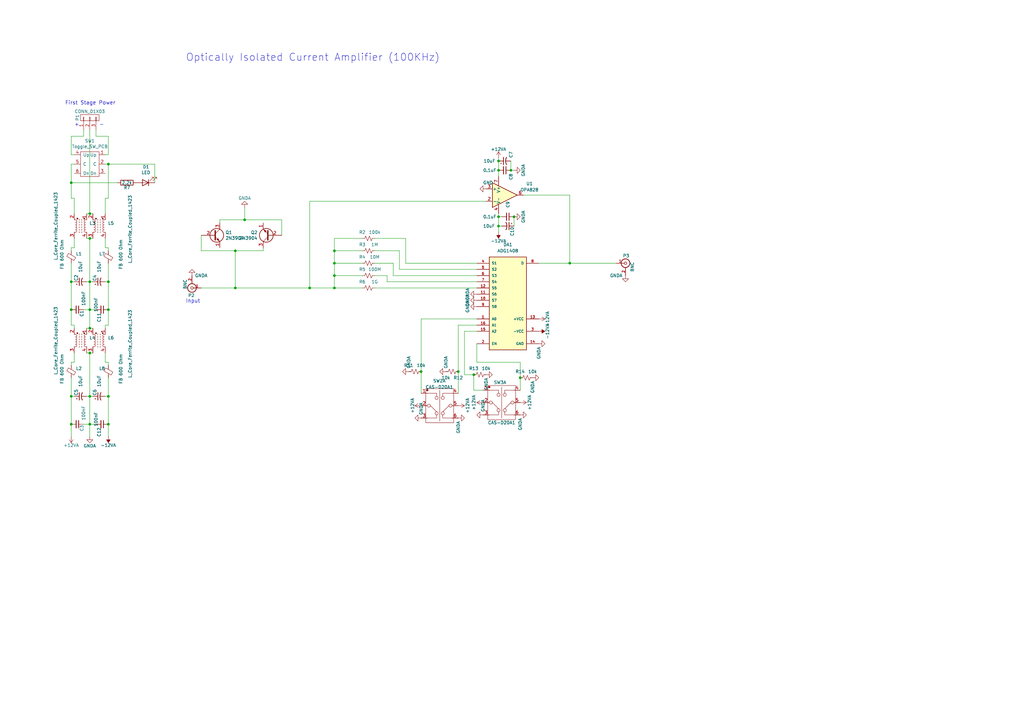
<source format=kicad_sch>
(kicad_sch (version 20211123) (generator eeschema)
  (paper "A3")
  (lib_symbols
    (symbol "ADG1408:ADG1408" (pin_names (offset 1.016))
      (property "Reference" "DA" (at -5.08 15.24 0))
      (property "Value" "ADG1408" (at -5.08 -25.4 0))
      (symbol "ADG1408_0_0"
        (rectangle (start -7.62 -22.86) (end 7.62 15.24) (stroke (width 0.254)) (fill (type background)))
        (pin bidirectional line (at -12.7 -10.16 0) (length 5.08) (name "A0") (number "1"))
        (pin bidirectional line (at -12.7 -2.54 0) (length 5.08) (name "S7") (number "10"))
        (pin bidirectional line (at -12.7 0 0) (length 5.08) (name "S6") (number "11"))
        (pin bidirectional line (at -12.7 2.54 0) (length 5.08) (name "S5") (number "12"))
        (pin bidirectional line (at 12.7 -10.16 180) (length 5.08) (name "+VCC") (number "13"))
        (pin bidirectional line (at 12.7 -20.32 180) (length 5.08) (name "GND") (number "14"))
        (pin bidirectional line (at -12.7 -15.24 0) (length 5.08) (name "A2") (number "15"))
        (pin bidirectional line (at -12.7 -12.7 0) (length 5.08) (name "A1") (number "16"))
        (pin bidirectional line (at -12.7 -20.32 0) (length 5.08) (name "EN") (number "2"))
        (pin bidirectional line (at 12.7 -15.24 180) (length 5.08) (name "-VCC") (number "3"))
        (pin bidirectional line (at -12.7 12.7 0) (length 5.08) (name "S1") (number "4"))
        (pin bidirectional line (at -12.7 10.16 0) (length 5.08) (name "S2") (number "5"))
        (pin bidirectional line (at -12.7 7.62 0) (length 5.08) (name "S3") (number "6"))
        (pin bidirectional line (at -12.7 5.08 0) (length 5.08) (name "S4") (number "7"))
        (pin bidirectional line (at 12.7 12.7 180) (length 5.08) (name "D") (number "8"))
        (pin bidirectional line (at -12.7 -5.08 0) (length 5.08) (name "S8") (number "9"))
      )
    )
    (symbol "Amplifier_Operational:OP179GS" (pin_names (offset 0.127))
      (property "Reference" "U" (at 0 6.35 0))
      (property "Value" "OP179GS" (at 0 3.81 0))
      (symbol "OP179GS_0_1"
        (polyline (pts (xy -5.08 5.08) (xy 5.08 0) (xy -5.08 -5.08) (xy -5.08 5.08)) (stroke (width 0.254)) (fill (type background)))
      )
      (symbol "OP179GS_1_1"
        (pin no_connect line (at -5.08 -2.54 90) (length 2.54) hide (name "NC") (number "1"))
        (pin input line (at -7.62 -2.54 0) (length 2.54) (name "-") (number "2"))
        (pin input line (at -7.62 2.54 0) (length 2.54) (name "+") (number "3"))
        (pin power_in line (at -2.54 -7.62 90) (length 3.81) (name "V-") (number "4"))
        (pin no_connect line (at -2.54 -2.54 90) (length 2.54) hide (name "NC") (number "5"))
        (pin output line (at 7.62 0 180) (length 2.54) (name "~") (number "6"))
        (pin power_in line (at -2.54 7.62 270) (length 3.81) (name "V+") (number "7"))
        (pin no_connect line (at 0 -2.54 90) (length 2.54) hide (name "NC") (number "8"))
      )
    )
    (symbol "CAS-D20A1:CAS-D20A1" (pin_names (offset 0) hide)
      (property "Reference" "SW?" (at 0.762 9.652 0))
      (property "Value" "CAS-D20A1" (at 0.254 -8.636 0))
      (symbol "CAS-D20A1_0_1"
        (circle (center -5.08 6.35) (radius 0.3592) (fill (type outline)))
        (circle (center -4.445 0) (radius 0.635))
        (circle (center -1.27 -3.175) (radius 0.635))
        (circle (center -1.27 3.175) (radius 0.635))
        (polyline (pts (xy -3.81 0) (xy -1.27 -2.54)))
        (polyline (pts (xy 0 6.35) (xy 0 -6.35)))
        (polyline (pts (xy 3.81 0) (xy 1.27 -2.54)))
        (polyline (pts (xy -1.27 -3.81) (xy -1.27 -5.08) (xy -5.08 -5.08)))
        (polyline (pts (xy -1.27 3.81) (xy -1.27 5.08) (xy -5.08 5.08)))
        (polyline (pts (xy 1.27 -3.81) (xy 1.27 -5.08) (xy 5.08 -5.08)))
        (polyline (pts (xy 1.27 3.81) (xy 1.27 5.08) (xy 5.08 5.08)))
        (circle (center 1.27 -3.175) (radius 0.635))
        (circle (center 1.27 3.175) (radius 0.635))
        (circle (center 4.445 0) (radius 0.635))
        (rectangle (start 5.715 6.985) (end -5.715 -6.985))
      )
      (symbol "CAS-D20A1_1_1"
        (pin output line (at -7.62 5.08 0) (length 2.54) (name "OUT") (number "1"))
        (pin input line (at -7.62 0 0) (length 2.54) (name "IN1") (number "2"))
        (pin output line (at -7.62 -5.08 0) (length 2.54) (name "GND") (number "3"))
        (pin output line (at 7.62 5.08 180) (length 2.54) (name "OUT") (number "4"))
        (pin input line (at 7.62 0 180) (length 2.54) (name "IN2") (number "5"))
        (pin output line (at 7.62 -5.08 180) (length 2.54) (name "GND") (number "6"))
      )
      (symbol "CAS-D20A1_2_1"
        (pin input line (at 0 7.62 270) (length 2.54) (name "IN2") (number "-UB"))
        (pin passive line (at 5.08 2.54 180) (length 2.54) (name "A") (number "4"))
        (pin passive line (at -5.08 0 0) (length 2.54) (name "B") (number "5"))
        (pin passive line (at 5.08 -2.54 180) (length 2.54) (name "C") (number "6"))
        (pin output line (at 5.08 7.62 270) (length 2.54) (name "GND") (number "6-UB"))
        (pin output line (at -5.08 7.62 270) (length 2.54) (name "OUT") (number "GND-UB"))
      )
    )
    (symbol "Device:C_Small" (pin_numbers hide) (pin_names (offset 0.254) hide)
      (property "Reference" "C" (at 0.254 1.778 0))
      (property "Value" "C_Small" (at 0.254 -2.032 0))
      (symbol "C_Small_0_1"
        (polyline (pts (xy -1.524 -0.508) (xy 1.524 -0.508)) (stroke (width 0.3302)))
        (polyline (pts (xy -1.524 0.508) (xy 1.524 0.508)) (stroke (width 0.3048)))
      )
      (symbol "C_Small_1_1"
        (pin passive line (at 0 2.54 270) (length 2.032) (name "~") (number "1"))
        (pin passive line (at 0 -2.54 90) (length 2.032) (name "~") (number "2"))
      )
    )
    (symbol "Device:LED" (pin_numbers hide) (pin_names (offset 1.016) hide)
      (property "Reference" "D" (at 0 2.54 0))
      (property "Value" "LED" (at 0 -2.54 0))
      (symbol "LED_0_1"
        (polyline (pts (xy -1.27 -1.27) (xy -1.27 1.27)) (stroke (width 0.254)))
        (polyline (pts (xy -1.27 0) (xy 1.27 0)))
        (polyline (pts (xy 1.27 -1.27) (xy 1.27 1.27) (xy -1.27 0) (xy 1.27 -1.27)) (stroke (width 0.254)))
        (polyline (pts (xy -3.048 -0.762) (xy -4.572 -2.286) (xy -3.81 -2.286) (xy -4.572 -2.286) (xy -4.572 -1.524)))
        (polyline (pts (xy -1.778 -0.762) (xy -3.302 -2.286) (xy -2.54 -2.286) (xy -3.302 -2.286) (xy -3.302 -1.524)))
      )
      (symbol "LED_1_1"
        (pin passive line (at -3.81 0 0) (length 2.54) (name "K") (number "1"))
        (pin passive line (at 3.81 0 180) (length 2.54) (name "A") (number "2"))
      )
    )
    (symbol "Device:R" (pin_numbers hide) (pin_names (offset 0))
      (property "Reference" "R" (at 2.032 0 90))
      (property "Value" "R" (at 0 0 90))
      (symbol "R_0_1"
        (rectangle (start -1.016 -2.54) (end 1.016 2.54) (stroke (width 0.254)))
      )
      (symbol "R_1_1"
        (pin passive line (at 0 3.81 270) (length 1.27) (name "~") (number "1"))
        (pin passive line (at 0 -3.81 90) (length 1.27) (name "~") (number "2"))
      )
    )
    (symbol "Device:R_Small_US" (pin_numbers hide) (pin_names (offset 0.254) hide)
      (property "Reference" "R" (at 0.762 0.508 0))
      (property "Value" "R_Small_US" (at 0.762 -1.016 0))
      (symbol "R_Small_US_1_1"
        (polyline (pts (xy 0 0) (xy 1.016 -0.381) (xy 0 -0.762) (xy -1.016 -1.143) (xy 0 -1.524)))
        (polyline (pts (xy 0 1.524) (xy 1.016 1.143) (xy 0 0.762) (xy -1.016 0.381) (xy 0 0)))
        (pin passive line (at 0 2.54 270) (length 1.016) (name "~") (number "1"))
        (pin passive line (at 0 -2.54 90) (length 1.016) (name "~") (number "2"))
      )
    )
    (symbol "New_TIA-rescue:BNC" (pin_names (offset 1.016) hide)
      (property "Reference" "P" (at 0.254 3.048 0))
      (property "Value" "BNC" (at 2.794 -1.524 90))
      (symbol "BNC_0_1"
        (circle (center 0 0) (radius 0.508) (stroke (width 0.2032)))
        (circle (center 0 0) (radius 1.778) (stroke (width 0.3048)))
      )
      (symbol "BNC_1_1"
        (pin passive line (at -3.81 0 0) (length 3.302) (name "In") (number "1"))
        (pin passive line (at 0 -5.08 90) (length 3.302) (name "Ext") (number "2"))
      )
    )
    (symbol "New_TIA-rescue:CONN_01X03" (pin_names (offset 1.016) hide)
      (property "Reference" "P" (at 0 5.08 0))
      (property "Value" "CONN_01X03" (at 2.54 0 90))
      (symbol "CONN_01X03_0_1"
        (rectangle (start -1.27 -2.413) (end 0.254 -2.667))
        (rectangle (start -1.27 0.127) (end 0.254 -0.127))
        (rectangle (start -1.27 2.667) (end 0.254 2.413))
        (rectangle (start -1.27 3.81) (end 1.27 -3.81))
      )
      (symbol "CONN_01X03_1_1"
        (pin passive line (at -5.08 2.54 0) (length 3.81) (name "P1") (number "1"))
        (pin passive line (at -5.08 0 0) (length 3.81) (name "P2") (number "2"))
        (pin passive line (at -5.08 -2.54 0) (length 3.81) (name "P3") (number "3"))
      )
    )
    (symbol "New_TIA-rescue:CP1_Small-Device" (pin_numbers hide) (pin_names (offset 0.254) hide)
      (property "Reference" "C" (at 0.254 1.778 0))
      (property "Value" "CP1_Small-Device" (at 0.254 -2.032 0))
      (symbol "CP1_Small-Device_0_1"
        (polyline (pts (xy -1.524 0.508) (xy 1.524 0.508)) (stroke (width 0.3048)))
        (polyline (pts (xy -1.27 1.524) (xy -0.762 1.524)))
        (polyline (pts (xy -1.016 1.27) (xy -1.016 1.778)))
        (arc (start 1.524 -0.762) (mid 0 -0.3734) (end -1.524 -0.762) (stroke (width 0.3048)))
      )
      (symbol "CP1_Small-Device_1_1"
        (pin passive line (at 0 2.54 270) (length 2.032) (name "~") (number "1"))
        (pin passive line (at 0 -2.54 90) (length 2.032) (name "~") (number "2"))
      )
    )
    (symbol "New_TIA-rescue:Ferrite_Bead_Small-Device" (pin_numbers hide) (pin_names (offset 0))
      (property "Reference" "FB" (at 1.905 1.27 0))
      (property "Value" "Ferrite_Bead_Small-Device" (at 1.905 -1.27 0))
      (symbol "Ferrite_Bead_Small-Device_0_1"
        (polyline (pts (xy 0 -1.27) (xy 0 -0.7874)))
        (polyline (pts (xy 0 0.889) (xy 0 1.2954)))
        (polyline (pts (xy -1.8288 0.2794) (xy -1.1176 1.4986) (xy 1.8288 -0.2032) (xy 1.1176 -1.4224) (xy -1.8288 0.2794)))
      )
      (symbol "Ferrite_Bead_Small-Device_1_1"
        (pin passive line (at 0 2.54 270) (length 1.27) (name "~") (number "1"))
        (pin passive line (at 0 -2.54 90) (length 1.27) (name "~") (number "2"))
      )
    )
    (symbol "New_TIA-rescue:L_Core_Ferrite_Coupled_1423-Device" (pin_names (offset 0.254) hide)
      (property "Reference" "L" (at 0 4.445 0))
      (property "Value" "L_Core_Ferrite_Coupled_1423-Device" (at 0 -4.445 0))
      (symbol "L_Core_Ferrite_Coupled_1423-Device_0_1"
        (circle (center -3.048 -1.27) (radius 0.254) (fill (type outline)))
        (circle (center -3.048 1.524) (radius 0.254) (fill (type outline)))
        (arc (start -2.54 2.032) (mid -2.032 1.524) (end -1.524 2.032))
        (arc (start -1.524 -2.032) (mid -2.032 -1.524) (end -2.54 -2.032))
        (arc (start -1.524 2.032) (mid -1.016 1.524) (end -0.508 2.032))
        (arc (start -0.508 -2.032) (mid -1.016 -1.524) (end -1.524 -2.032))
        (arc (start -0.508 2.032) (mid 0 1.524) (end 0.508 2.032))
        (polyline (pts (xy -2.794 -0.508) (xy -2.286 -0.508)))
        (polyline (pts (xy -2.794 0.508) (xy -2.286 0.508)))
        (polyline (pts (xy -2.54 -2.032) (xy -2.54 -2.54)))
        (polyline (pts (xy -2.54 2.032) (xy -2.54 2.54)))
        (polyline (pts (xy -1.778 -0.508) (xy -1.27 -0.508)))
        (polyline (pts (xy -1.778 0.508) (xy -1.27 0.508)))
        (polyline (pts (xy -0.762 -0.508) (xy -0.254 -0.508)))
        (polyline (pts (xy -0.762 0.508) (xy -0.254 0.508)))
        (polyline (pts (xy 0.254 -0.508) (xy 0.762 -0.508)))
        (polyline (pts (xy 0.254 0.508) (xy 0.762 0.508)))
        (polyline (pts (xy 1.27 -0.508) (xy 1.778 -0.508)))
        (polyline (pts (xy 1.27 0.508) (xy 1.778 0.508)))
        (polyline (pts (xy 2.286 -0.508) (xy 2.794 -0.508)))
        (polyline (pts (xy 2.286 0.508) (xy 2.794 0.508)))
        (polyline (pts (xy 2.54 -2.032) (xy 2.54 -2.54)))
        (polyline (pts (xy 2.54 2.54) (xy 2.54 2.032)))
        (arc (start 0.508 -2.032) (mid 0 -1.524) (end -0.508 -2.032))
        (arc (start 0.508 2.032) (mid 1.016 1.524) (end 1.524 2.032))
        (arc (start 1.524 -2.032) (mid 1.016 -1.524) (end 0.508 -2.032))
        (arc (start 1.524 2.032) (mid 2.032 1.524) (end 2.54 2.032))
        (arc (start 2.54 -2.032) (mid 2.032 -1.524) (end 1.524 -2.032))
      )
      (symbol "L_Core_Ferrite_Coupled_1423-Device_1_1"
        (pin passive line (at -5.08 2.54 0) (length 2.54) (name "1") (number "1"))
        (pin passive line (at -5.08 -2.54 0) (length 2.54) (name "2") (number "2"))
        (pin passive line (at 5.08 -2.54 180) (length 2.54) (name "3") (number "3"))
        (pin passive line (at 5.08 2.54 180) (length 2.54) (name "4") (number "4"))
      )
    )
    (symbol "New_TIA-rescue:Toggle_SW_PCB-YC_2021_Lib_V1" (pin_names (offset 1.016))
      (property "Reference" "SW" (at 0 -7.62 0))
      (property "Value" "Toggle_SW_PCB-YC_2021_Lib_V1" (at 0 6.35 0))
      (symbol "Toggle_SW_PCB-YC_2021_Lib_V1_0_1"
        (rectangle (start -3.81 3.81) (end 3.81 -6.35))
      )
      (symbol "Toggle_SW_PCB-YC_2021_Lib_V1_1_1"
        (pin input line (at 6.35 2.54 180) (length 2.54) (name "Up") (number "1"))
        (pin input line (at 6.35 -1.27 180) (length 2.54) (name "C") (number "2"))
        (pin input line (at 6.35 -5.08 180) (length 2.54) (name "Dn") (number "3"))
        (pin input line (at -6.35 2.54 0) (length 2.54) (name "Up") (number "4"))
        (pin input line (at -6.35 -1.27 0) (length 2.54) (name "C") (number "5"))
        (pin input line (at -6.35 -5.08 0) (length 2.54) (name "Dn") (number "6"))
      )
    )
    (symbol "Transistor_BJT:2N3904" (pin_names (offset 0) hide)
      (property "Reference" "Q" (at 5.08 1.905 0))
      (property "Value" "2N3904" (at 5.08 0 0))
      (symbol "2N3904_0_1"
        (polyline (pts (xy 0.635 0.635) (xy 2.54 2.54)))
        (polyline (pts (xy 0.635 -0.635) (xy 2.54 -2.54) (xy 2.54 -2.54)))
        (polyline (pts (xy 0.635 1.905) (xy 0.635 -1.905) (xy 0.635 -1.905)) (stroke (width 0.508)))
        (polyline (pts (xy 1.27 -1.778) (xy 1.778 -1.27) (xy 2.286 -2.286) (xy 1.27 -1.778) (xy 1.27 -1.778)) (fill (type outline)))
        (circle (center 1.27 0) (radius 2.8194) (stroke (width 0.254)))
      )
      (symbol "2N3904_1_1"
        (pin passive line (at 2.54 -5.08 90) (length 2.54) (name "E") (number "1"))
        (pin passive line (at -5.08 0 0) (length 5.715) (name "B") (number "2"))
        (pin passive line (at 2.54 5.08 270) (length 2.54) (name "C") (number "3"))
      )
    )
    (symbol "power:+12VA" (power) (pin_names (offset 0))
      (property "Value" "+12VA" (at 0 3.556 0))
      (symbol "+12VA_0_1"
        (polyline (pts (xy -0.762 1.27) (xy 0 2.54)))
        (polyline (pts (xy 0 0) (xy 0 2.54)))
        (polyline (pts (xy 0 2.54) (xy 0.762 1.27)))
      )
      (symbol "+12VA_1_1"
        (pin power_in line (at 0 0 90) (length 0) hide (name "+12VA") (number "1"))
      )
    )
    (symbol "power:-12VA" (power) (pin_names (offset 0))
      (property "Value" "-12VA" (at 0 3.556 0))
      (symbol "-12VA_0_0"
        (pin power_in line (at 0 0 90) (length 0) hide (name "-12VA") (number "1"))
      )
      (symbol "-12VA_0_1"
        (polyline (pts (xy 0 0) (xy 0 1.27) (xy 0.762 1.27) (xy 0 2.54) (xy -0.762 1.27) (xy 0 1.27)) (fill (type outline)))
      )
    )
    (symbol "power:GND" (power) (pin_names (offset 0))
      (property "Value" "GND" (at 0 -3.81 0))
      (symbol "GND_0_1"
        (polyline (pts (xy 0 0) (xy 0 -1.27) (xy 1.27 -1.27) (xy 0 -2.54) (xy -1.27 -1.27) (xy 0 -1.27)))
      )
      (symbol "GND_1_1"
        (pin power_in line (at 0 0 270) (length 0) hide (name "GND") (number "1"))
      )
    )
    (symbol "power:GNDA" (power) (pin_names (offset 0))
      (property "Value" "GNDA" (at 0 -3.81 0))
      (symbol "GNDA_0_1"
        (polyline (pts (xy 0 0) (xy 0 -1.27) (xy 1.27 -1.27) (xy 0 -2.54) (xy -1.27 -1.27) (xy 0 -1.27)))
      )
      (symbol "GNDA_1_1"
        (pin power_in line (at 0 0 270) (length 0) hide (name "GNDA") (number "1"))
      )
    )
  )
  (junction (at 29.21 162.56))
  (junction (at 36.83 115.57))
  (junction (at 172.72 152.4))
  (junction (at 137.16 113.03))
  (junction (at 213.36 154.94))
  (junction (at 209.55 69.85))
  (junction (at 36.83 87.63))
  (junction (at 100.33 90.17))
  (junction (at 137.16 107.95))
  (junction (at 187.96 152.4))
  (junction (at 204.47 69.85))
  (junction (at 36.83 162.56))
  (junction (at 204.47 88.9))
  (junction (at 29.21 115.57))
  (junction (at 36.83 97.79))
  (junction (at 210.82 88.9))
  (junction (at 44.45 67.31))
  (junction (at 194.31 153.67))
  (junction (at 36.83 134.62))
  (junction (at 96.52 102.87))
  (junction (at 44.45 115.57))
  (junction (at 36.83 144.78))
  (junction (at 204.47 66.04))
  (junction (at 29.21 74.93))
  (junction (at 96.52 118.11))
  (junction (at 204.47 92.71))
  (junction (at 44.45 127))
  (junction (at 36.83 173.99))
  (junction (at 137.16 102.87))
  (junction (at 44.45 162.56))
  (junction (at 36.83 127))
  (junction (at 29.21 173.99))
  (junction (at 233.68 107.95))
  (junction (at 44.45 173.99))
  (junction (at 137.16 118.11))
  (junction (at 127 118.11))
  (junction (at 29.21 127))
  (wire (pts (xy 36.83 127) (xy 36.83 134.62)))
  (wire (pts (xy 48.26 74.93) (xy 29.21 74.93)))
  (wire (pts (xy 35.56 87.63) (xy 36.83 87.63)))
  (wire (pts (xy 34.29 173.99) (xy 36.83 173.99)))
  (wire (pts (xy 29.21 154.94) (xy 29.21 162.56)))
  (wire (pts (xy 29.21 133.35) (xy 30.48 133.35)))
  (wire (pts (xy 36.83 97.79) (xy 38.1 97.79)))
  (wire (pts (xy 96.52 118.11) (xy 127 118.11)))
  (wire (pts (xy 127 82.55) (xy 127 118.11)))
  (wire (pts (xy 34.29 55.88) (xy 29.21 55.88)))
  (wire (pts (xy 137.16 97.79) (xy 137.16 102.87)))
  (wire (pts (xy 30.48 81.28) (xy 30.48 87.63)))
  (wire (pts (xy 195.58 140.97) (xy 195.58 148.59)))
  (wire (pts (xy 30.48 148.59) (xy 29.21 148.59)))
  (wire (pts (xy 210.82 92.71) (xy 210.82 88.9)))
  (wire (pts (xy 209.55 69.85) (xy 210.82 69.85)))
  (wire (pts (xy 36.83 144.78) (xy 38.1 144.78)))
  (wire (pts (xy 29.21 55.88) (xy 29.21 63.5)))
  (wire (pts (xy 36.83 173.99) (xy 36.83 179.07)))
  (wire (pts (xy 172.72 152.4) (xy 172.72 130.81)))
  (wire (pts (xy 29.21 162.56) (xy 29.21 173.99)))
  (wire (pts (xy 161.29 113.03) (xy 195.58 113.03)))
  (wire (pts (xy 204.47 88.9) (xy 204.47 92.71)))
  (wire (pts (xy 43.18 97.79) (xy 43.18 101.6)))
  (wire (pts (xy 158.75 115.57) (xy 195.58 115.57)))
  (wire (pts (xy 153.67 113.03) (xy 158.75 113.03)))
  (wire (pts (xy 204.47 66.04) (xy 204.47 69.85)))
  (wire (pts (xy 30.48 144.78) (xy 30.48 148.59)))
  (wire (pts (xy 44.45 127) (xy 44.45 133.35)))
  (wire (pts (xy 137.16 102.87) (xy 148.59 102.87)))
  (wire (pts (xy 30.48 97.79) (xy 30.48 101.6)))
  (wire (pts (xy 39.37 55.88) (xy 44.45 55.88)))
  (wire (pts (xy 30.48 133.35) (xy 30.48 134.62)))
  (wire (pts (xy 44.45 63.5) (xy 43.18 63.5)))
  (wire (pts (xy 29.21 107.95) (xy 29.21 115.57)))
  (wire (pts (xy 44.45 133.35) (xy 43.18 133.35)))
  (wire (pts (xy 44.45 148.59) (xy 44.45 149.86)))
  (wire (pts (xy 43.18 144.78) (xy 43.18 148.59)))
  (wire (pts (xy 35.56 162.56) (xy 36.83 162.56)))
  (wire (pts (xy 204.47 87.63) (xy 204.47 88.9)))
  (wire (pts (xy 190.5 135.89) (xy 195.58 135.89)))
  (wire (pts (xy 34.29 127) (xy 36.83 127)))
  (wire (pts (xy 44.45 67.31) (xy 44.45 81.28)))
  (wire (pts (xy 100.33 90.17) (xy 115.57 90.17)))
  (wire (pts (xy 100.33 85.09) (xy 100.33 90.17)))
  (wire (pts (xy 43.18 148.59) (xy 44.45 148.59)))
  (wire (pts (xy 44.45 154.94) (xy 44.45 162.56)))
  (wire (pts (xy 213.36 154.94) (xy 213.36 148.59)))
  (wire (pts (xy 137.16 102.87) (xy 137.16 107.95)))
  (wire (pts (xy 36.83 173.99) (xy 39.37 173.99)))
  (wire (pts (xy 166.37 97.79) (xy 166.37 107.95)))
  (wire (pts (xy 233.68 107.95) (xy 252.73 107.95)))
  (wire (pts (xy 187.96 133.35) (xy 195.58 133.35)))
  (wire (pts (xy 204.47 88.9) (xy 205.74 88.9)))
  (wire (pts (xy 187.96 133.35) (xy 187.96 152.4)))
  (wire (pts (xy 153.67 102.87) (xy 163.83 102.87)))
  (wire (pts (xy 82.55 96.52) (xy 82.55 102.87)))
  (wire (pts (xy 198.12 160.02) (xy 194.31 160.02)))
  (wire (pts (xy 204.47 69.85) (xy 204.47 72.39)))
  (wire (pts (xy 39.37 53.34) (xy 39.37 55.88)))
  (wire (pts (xy 30.48 162.56) (xy 29.21 162.56)))
  (wire (pts (xy 36.83 97.79) (xy 36.83 115.57)))
  (wire (pts (xy 43.18 101.6) (xy 44.45 101.6)))
  (wire (pts (xy 29.21 173.99) (xy 29.21 179.07)))
  (wire (pts (xy 44.45 67.31) (xy 63.5 67.31)))
  (wire (pts (xy 36.83 53.34) (xy 36.83 87.63)))
  (wire (pts (xy 96.52 102.87) (xy 96.52 118.11)))
  (wire (pts (xy 29.21 148.59) (xy 29.21 149.86)))
  (wire (pts (xy 34.29 55.88) (xy 34.29 53.34)))
  (wire (pts (xy 43.18 133.35) (xy 43.18 134.62)))
  (wire (pts (xy 127 82.55) (xy 199.39 82.55)))
  (wire (pts (xy 137.16 113.03) (xy 137.16 118.11)))
  (wire (pts (xy 29.21 67.31) (xy 29.21 74.93)))
  (wire (pts (xy 29.21 101.6) (xy 29.21 102.87)))
  (wire (pts (xy 148.59 97.79) (xy 137.16 97.79)))
  (wire (pts (xy 161.29 107.95) (xy 161.29 113.03)))
  (wire (pts (xy 29.21 115.57) (xy 29.21 127)))
  (wire (pts (xy 43.18 87.63) (xy 43.18 81.28)))
  (wire (pts (xy 35.56 97.79) (xy 36.83 97.79)))
  (wire (pts (xy 36.83 162.56) (xy 36.83 173.99)))
  (wire (pts (xy 43.18 162.56) (xy 44.45 162.56)))
  (wire (pts (xy 166.37 107.95) (xy 195.58 107.95)))
  (wire (pts (xy 153.67 97.79) (xy 166.37 97.79)))
  (wire (pts (xy 158.75 113.03) (xy 158.75 115.57)))
  (wire (pts (xy 172.72 161.29) (xy 172.72 152.4)))
  (wire (pts (xy 153.67 107.95) (xy 161.29 107.95)))
  (wire (pts (xy 213.36 160.02) (xy 213.36 154.94)))
  (wire (pts (xy 44.45 107.95) (xy 44.45 115.57)))
  (wire (pts (xy 172.72 130.81) (xy 195.58 130.81)))
  (wire (pts (xy 213.36 148.59) (xy 195.58 148.59)))
  (wire (pts (xy 214.63 80.01) (xy 233.68 80.01)))
  (wire (pts (xy 36.83 144.78) (xy 36.83 162.56)))
  (wire (pts (xy 36.83 87.63) (xy 38.1 87.63)))
  (wire (pts (xy 204.47 64.77) (xy 204.47 66.04)))
  (wire (pts (xy 137.16 107.95) (xy 137.16 113.03)))
  (wire (pts (xy 187.96 152.4) (xy 187.96 161.29)))
  (wire (pts (xy 82.55 102.87) (xy 96.52 102.87)))
  (wire (pts (xy 44.45 101.6) (xy 44.45 102.87)))
  (wire (pts (xy 30.48 81.28) (xy 29.21 81.28)))
  (wire (pts (xy 30.48 115.57) (xy 29.21 115.57)))
  (wire (pts (xy 29.21 127) (xy 29.21 133.35)))
  (wire (pts (xy 35.56 144.78) (xy 36.83 144.78)))
  (wire (pts (xy 36.83 115.57) (xy 36.83 127)))
  (wire (pts (xy 36.83 127) (xy 39.37 127)))
  (wire (pts (xy 29.21 63.5) (xy 30.48 63.5)))
  (wire (pts (xy 35.56 134.62) (xy 36.83 134.62)))
  (wire (pts (xy 204.47 92.71) (xy 205.74 92.71)))
  (wire (pts (xy 127 118.11) (xy 137.16 118.11)))
  (wire (pts (xy 163.83 110.49) (xy 195.58 110.49)))
  (wire (pts (xy 63.5 67.31) (xy 63.5 74.93)))
  (wire (pts (xy 107.95 101.6) (xy 107.95 102.87)))
  (wire (pts (xy 30.48 67.31) (xy 29.21 67.31)))
  (wire (pts (xy 137.16 118.11) (xy 148.59 118.11)))
  (wire (pts (xy 137.16 113.03) (xy 148.59 113.03)))
  (wire (pts (xy 29.21 74.93) (xy 29.21 81.28)))
  (wire (pts (xy 82.55 118.11) (xy 96.52 118.11)))
  (wire (pts (xy 36.83 134.62) (xy 38.1 134.62)))
  (wire (pts (xy 43.18 115.57) (xy 44.45 115.57)))
  (wire (pts (xy 233.68 80.01) (xy 233.68 107.95)))
  (wire (pts (xy 194.31 160.02) (xy 194.31 153.67)))
  (wire (pts (xy 115.57 90.17) (xy 115.57 96.52)))
  (wire (pts (xy 44.45 55.88) (xy 44.45 63.5)))
  (wire (pts (xy 44.45 162.56) (xy 44.45 173.99)))
  (wire (pts (xy 209.55 66.04) (xy 209.55 69.85)))
  (wire (pts (xy 90.17 90.17) (xy 100.33 90.17)))
  (wire (pts (xy 153.67 118.11) (xy 195.58 118.11)))
  (wire (pts (xy 190.5 153.67) (xy 190.5 135.89)))
  (wire (pts (xy 194.31 153.67) (xy 190.5 153.67)))
  (wire (pts (xy 233.68 107.95) (xy 220.98 107.95)))
  (wire (pts (xy 43.18 67.31) (xy 44.45 67.31)))
  (wire (pts (xy 204.47 92.71) (xy 204.47 95.25)))
  (wire (pts (xy 36.83 162.56) (xy 38.1 162.56)))
  (wire (pts (xy 137.16 107.95) (xy 148.59 107.95)))
  (wire (pts (xy 43.18 81.28) (xy 44.45 81.28)))
  (wire (pts (xy 96.52 102.87) (xy 107.95 102.87)))
  (wire (pts (xy 44.45 173.99) (xy 44.45 179.07)))
  (wire (pts (xy 36.83 115.57) (xy 38.1 115.57)))
  (wire (pts (xy 35.56 115.57) (xy 36.83 115.57)))
  (wire (pts (xy 163.83 102.87) (xy 163.83 110.49)))
  (wire (pts (xy 90.17 91.44) (xy 90.17 90.17)))
  (wire (pts (xy 30.48 101.6) (xy 29.21 101.6)))
  (wire (pts (xy 44.45 115.57) (xy 44.45 127)))
  (text "First Stage Power" (at 26.67 43.18 0) (effects (font (size 1.524 1.524)) (justify left bottom)))
  (text "+" (at 30.48 52.07 0) (effects (font (size 1.524 1.524)) (justify left bottom)))
  (text "Optically Isolated Current Amplifier (100KHz)" (at 76.2 25.4 0) (effects (font (size 2.9972 2.9972)) (justify left bottom)))
  (text "Input" (at 76.2 124.46 0) (effects (font (size 1.524 1.524)) (justify left bottom)))
  (text "-" (at 40.64 52.07 0) (effects (font (size 1.524 1.524)) (justify left bottom)))
  (symbol (lib_id "New_TIA-rescue:CONN_01X03") (at 36.83 48.26 90) (unit 1)
    (property "Reference" "P1" (at 31.75 48.26 0))
    (property "Value" "CONN_01X03" (at 36.83 45.72 90))
    (property "Footprint" "Connector_PinHeader_2.54mm:PinHeader_1x03_P2.54mm_Vertical" (effects hide))
  )
  (symbol (lib_id "New_TIA-rescue:CP1_Small-Device") (at 33.02 115.57 90) (unit 1)
    (property "Reference" "C2" (at 31.242 115.316 0) (effects (justify left)))
    (property "Value" "10uF" (at 33.02 111.76 0) (effects (justify left)))
    (property "Footprint" "YC_FootPrint_2021_v1:C_1210_POL_Mine" (effects hide))
  )
  (symbol (lib_id "New_TIA-rescue:CP1_Small-Device") (at 40.64 115.57 90) (unit 1)
    (property "Reference" "C4" (at 38.862 115.316 0) (effects (justify left)))
    (property "Value" "10uF" (at 40.64 111.76 0) (effects (justify left)))
    (property "Footprint" "YC_FootPrint_2021_v1:C_1210_POL_Mine" (effects hide))
  )
  (symbol (lib_id "New_TIA-rescue:Ferrite_Bead_Small-Device") (at 44.45 105.41 0) (unit 1)
    (property "Reference" "L7" (at 40.64 104.14 0) (effects (justify left)))
    (property "Value" "FB 600 Ohm" (at 49.53 110.49 90) (effects (justify left)))
    (property "Footprint" "Resistor_SMD:R_0805_2012Metric" (effects hide))
  )
  (symbol (lib_id "New_TIA-rescue:Ferrite_Bead_Small-Device") (at 29.21 105.41 0) (unit 1)
    (property "Reference" "L1" (at 31.115 104.14 0) (effects (justify left)))
    (property "Value" "FB 600 Ohm" (at 25.4 110.49 90) (effects (justify left)))
    (property "Footprint" "Resistor_SMD:R_0805_2012Metric" (effects hide))
  )
  (symbol (lib_id "Device:C_Small") (at 41.91 127 270) (unit 1)
    (property "Reference" "C11" (at 40.64 128.27 0) (effects (justify left)))
    (property "Value" "100nF" (at 39.37 121.92 0) (effects (justify left)))
    (property "Footprint" "Capacitor_SMD:C_0805_2012Metric" (effects hide))
  )
  (symbol (lib_id "Device:C_Small") (at 31.75 127 270) (unit 1)
    (property "Reference" "C1" (at 33.528 127.254 0) (effects (justify left)))
    (property "Value" "100nF" (at 34.29 119.38 0) (effects (justify left)))
    (property "Footprint" "Capacitor_SMD:C_0805_2012Metric" (effects hide))
  )
  (symbol (lib_id "New_TIA-rescue:L_Core_Ferrite_Coupled_1423-Device") (at 33.02 92.71 270) (unit 1)
    (property "Reference" "L3" (at 36.6776 91.5416 90) (effects (justify left)))
    (property "Value" "L_Core_Ferrite_Coupled_1423" (at 22.86 78.74 0) (effects (justify left)))
    (property "Footprint" "YC_FootPrint_2021_v1:Murata_Choke_1423" (effects hide))
  )
  (symbol (lib_id "New_TIA-rescue:L_Core_Ferrite_Coupled_1423-Device") (at 40.64 92.71 270) (unit 1)
    (property "Reference" "L5" (at 44.2976 91.5416 90) (effects (justify left)))
    (property "Value" "L_Core_Ferrite_Coupled_1423" (at 53.34 80.01 0) (effects (justify left)))
    (property "Footprint" "YC_FootPrint_2021_v1:Murata_Choke_1423" (effects hide))
  )
  (symbol (lib_id "New_TIA-rescue:CP1_Small-Device") (at 33.02 162.56 90) (unit 1)
    (property "Reference" "C5" (at 31.242 162.306 0) (effects (justify left)))
    (property "Value" "10uF" (at 33.02 158.75 0) (effects (justify left)))
    (property "Footprint" "YC_FootPrint_2021_v1:C_1210_POL_Mine" (effects hide))
  )
  (symbol (lib_id "New_TIA-rescue:CP1_Small-Device") (at 40.64 162.56 90) (unit 1)
    (property "Reference" "C6" (at 38.862 162.306 0) (effects (justify left)))
    (property "Value" "10uF" (at 40.64 158.75 0) (effects (justify left)))
    (property "Footprint" "YC_FootPrint_2021_v1:C_1210_POL_Mine" (effects hide))
  )
  (symbol (lib_id "New_TIA-rescue:Ferrite_Bead_Small-Device") (at 44.45 152.4 0) (unit 1)
    (property "Reference" "L8" (at 40.64 151.13 0) (effects (justify left)))
    (property "Value" "FB 600 Ohm" (at 49.53 157.48 90) (effects (justify left)))
    (property "Footprint" "Resistor_SMD:R_0805_2012Metric" (effects hide))
  )
  (symbol (lib_id "New_TIA-rescue:Ferrite_Bead_Small-Device") (at 29.21 152.4 0) (unit 1)
    (property "Reference" "L2" (at 31.115 151.13 0) (effects (justify left)))
    (property "Value" "FB 600 Ohm" (at 25.4 157.48 90) (effects (justify left)))
    (property "Footprint" "Resistor_SMD:R_0805_2012Metric" (effects hide))
  )
  (symbol (lib_id "Device:C_Small") (at 41.91 173.99 270) (unit 1)
    (property "Reference" "C12" (at 40.64 175.26 0) (effects (justify left)))
    (property "Value" "100nF" (at 39.37 168.91 0) (effects (justify left)))
    (property "Footprint" "Capacitor_SMD:C_0805_2012Metric" (effects hide))
  )
  (symbol (lib_id "Device:C_Small") (at 31.75 173.99 270) (unit 1)
    (property "Reference" "C3" (at 33.528 174.244 0) (effects (justify left)))
    (property "Value" "100nF" (at 34.29 166.37 0) (effects (justify left)))
    (property "Footprint" "Capacitor_SMD:C_0805_2012Metric" (effects hide))
  )
  (symbol (lib_id "New_TIA-rescue:L_Core_Ferrite_Coupled_1423-Device") (at 33.02 139.7 270) (unit 1)
    (property "Reference" "L4" (at 36.6776 138.5316 90) (effects (justify left)))
    (property "Value" "L_Core_Ferrite_Coupled_1423" (at 22.86 125.73 0) (effects (justify left)))
    (property "Footprint" "YC_FootPrint_2021_v1:Murata_Choke_1423" (effects hide))
  )
  (symbol (lib_id "New_TIA-rescue:L_Core_Ferrite_Coupled_1423-Device") (at 40.64 139.7 270) (unit 1)
    (property "Reference" "L6" (at 44.2976 138.5316 90) (effects (justify left)))
    (property "Value" "L_Core_Ferrite_Coupled_1423" (at 53.34 127 0) (effects (justify left)))
    (property "Footprint" "YC_FootPrint_2021_v1:Murata_Choke_1423" (effects hide))
  )
  (symbol (lib_id "New_TIA-rescue:Toggle_SW_PCB-YC_2021_Lib_V1") (at 36.83 66.04 0) (unit 1)
    (property "Reference" "SW1" (at 36.83 57.785 0))
    (property "Value" "Toggle_SW_PCB" (at 36.83 60.0964 0))
    (property "Footprint" "YC_FootPrint_2021_v1:Toggle_PCB" (effects hide))
  )
  (symbol (lib_id "power:+12VA") (at 29.21 179.07 180) (unit 1)
    (property "Reference" "#PWR0109" (effects hide))
    (property "Value" "+12VA" (at 29.21 182.626 0))
  )
  (symbol (lib_id "power:-12VA") (at 44.45 179.07 180) (unit 1)
    (property "Reference" "#PWR0110" (effects hide))
    (property "Value" "-12VA" (at 44.45 182.626 0))
  )
  (symbol (lib_id "power:GNDA") (at 36.83 179.07 0) (unit 1)
    (property "Reference" "#PWR0111" (effects hide))
    (property "Value" "GNDA" (at 36.83 182.88 0))
  )
  (symbol (lib_id "Device:LED") (at 59.69 74.93 180) (unit 1)
    (property "Reference" "D1" (at 59.8678 68.453 0))
    (property "Value" "LED" (at 59.8678 70.7644 0))
    (property "Footprint" "YC_FootPrint_2021_v1:LED_D3.0mm" (effects hide))
  )
  (symbol (lib_id "Device:R") (at 52.07 74.93 270) (unit 1)
    (property "Reference" "R7" (at 52.07 76.962 90))
    (property "Value" "2.2k" (at 52.07 74.93 90))
    (property "Footprint" "Resistor_SMD:R_0805_2012Metric" (effects hide))
  )
  (symbol (lib_id "New_TIA-rescue:CP1_Small-Device") (at 208.28 92.71 270) (unit 1)
    (property "Reference" "C10" (at 210.058 92.964 0) (effects (justify left)))
    (property "Value" "10uF" (at 198.12 92.71 90) (effects (justify left)))
    (property "Footprint" "YC_FootPrint_2021_v1:C_1210_POL_Mine" (effects hide))
  )
  (symbol (lib_id "power:GNDA") (at 195.58 123.19 270) (unit 1)
    (property "Reference" "#PWR?" (effects hide))
    (property "Value" "GNDA" (at 191.77 123.19 0))
  )
  (symbol (lib_id "power:GNDA") (at 218.44 154.94 90) (unit 1)
    (property "Reference" "#PWR?" (effects hide))
    (property "Value" "GNDA" (at 218.44 158.75 0))
  )
  (symbol (lib_id "power:GNDA") (at 195.58 120.65 270) (unit 1)
    (property "Reference" "#PWR?" (effects hide))
    (property "Value" "GNDA" (at 191.77 120.65 0))
  )
  (symbol (lib_id "power:GNDA") (at 182.88 152.4 270) (unit 1)
    (property "Reference" "#PWR?" (effects hide))
    (property "Value" "GNDA" (at 182.88 148.59 0))
  )
  (symbol (lib_id "power:GNDA") (at 78.74 113.03 180) (unit 1)
    (property "Reference" "#PWR0125" (effects hide))
    (property "Value" "GNDA" (at 82.55 113.03 0))
  )
  (symbol (lib_id "power:GNDA") (at 213.36 170.18 90) (unit 1)
    (property "Reference" "#PWR?" (effects hide))
    (property "Value" "GNDA" (at 213.36 173.99 0))
  )
  (symbol (lib_id "power:GNDA") (at 198.12 170.18 270) (unit 1)
    (property "Reference" "#PWR?" (effects hide))
    (property "Value" "GNDA" (at 198.12 166.37 0))
  )
  (symbol (lib_id "Transistor_BJT:2N3904") (at 110.49 96.52 180) (unit 1)
    (property "Reference" "Q2" (at 105.6386 95.3516 0) (effects (justify left)))
    (property "Value" "2N3904" (at 105.6386 97.663 0) (effects (justify left)))
    (property "Footprint" "Package_TO_SOT_THT:TO-92_Inline" (effects hide))
    (property "Datasheet" "https://www.onsemi.com/pub/Collateral/2N3903-D.PDF" (effects hide))
  )
  (symbol (lib_id "CAS-D20A1:CAS-D20A1") (at 180.34 166.37 0) (unit 1)
    (property "Reference" "SW2" (at 180.213 156.21 0))
    (property "Value" "CAS-D20A1" (at 180.213 158.75 0))
    (property "Footprint" "My library:CAS-D20A1" (effects hide))
  )
  (symbol (lib_id "CAS-D20A1:CAS-D20A1") (at 205.74 165.1 0) (unit 1)
    (property "Reference" "SW3" (at 205.105 156.845 0))
    (property "Value" "CAS-D20A1" (at 205.74 173.355 0))
    (property "Footprint" "My library:CAS-D20A1" (effects hide))
  )
  (symbol (lib_id "power:GND") (at 199.39 77.47 270) (unit 1)
    (property "Reference" "#PWR0103" (effects hide))
    (property "Value" "GND" (at 198.12 74.93 90) (effects (justify left)))
  )
  (symbol (lib_id "power:+12VA") (at 213.36 165.1 270) (unit 1)
    (property "Reference" "#PWR0112" (effects hide))
    (property "Value" "+12VA" (at 217.17 165.1 0))
  )
  (symbol (lib_id "power:GNDA") (at 256.54 113.03 0) (unit 1)
    (property "Reference" "#PWR0105" (effects hide))
    (property "Value" "GNDA" (at 252.73 113.03 0))
  )
  (symbol (lib_id "Device:R_Small_US") (at 151.13 118.11 90) (unit 1)
    (property "Reference" "R6" (at 148.59 115.57 90))
    (property "Value" "1G" (at 153.67 115.57 90))
    (property "Footprint" "Resistor_SMD:R_0805_2012Metric" (effects hide))
  )
  (symbol (lib_id "Device:C_Small") (at 207.01 69.85 270) (unit 1)
    (property "Reference" "C8" (at 209.55 71.12 0) (effects (justify left)))
    (property "Value" "0.1uF" (at 198.12 69.85 90) (effects (justify left)))
    (property "Footprint" "Capacitor_SMD:C_0805_2012Metric" (effects hide))
  )
  (symbol (lib_id "New_TIA-rescue:BNC") (at 256.54 107.95 0) (unit 1)
    (property "Reference" "P3" (at 256.794 104.902 0))
    (property "Value" "BNC" (at 259.334 109.474 90))
    (property "Footprint" "YC_FootPrint_2021_v1:BNC_PCB_90degree" (effects hide))
  )
  (symbol (lib_id "Device:R_Small_US") (at 215.9 154.94 90) (unit 1)
    (property "Reference" "R14" (at 213.36 152.4 90))
    (property "Value" "10k" (at 218.44 152.4 90))
    (property "Footprint" "Resistor_SMD:R_0805_2012Metric" (effects hide))
  )
  (symbol (lib_id "power:GNDA") (at 210.82 88.9 90) (unit 1)
    (property "Reference" "#PWR0102" (effects hide))
    (property "Value" "GNDA" (at 214.63 88.9 0))
  )
  (symbol (lib_id "Device:R_Small_US") (at 170.18 152.4 90) (unit 1)
    (property "Reference" "R11" (at 167.64 149.86 90))
    (property "Value" "10k" (at 172.72 149.86 90))
    (property "Footprint" "Resistor_SMD:R_0805_2012Metric" (effects hide))
  )
  (symbol (lib_id "Device:R_Small_US") (at 151.13 113.03 90) (unit 1)
    (property "Reference" "R5" (at 148.59 110.49 90))
    (property "Value" "100M" (at 153.67 110.49 90))
    (property "Footprint" "Resistor_SMD:R_0805_2012Metric" (effects hide))
  )
  (symbol (lib_id "power:+12VA") (at 198.12 165.1 90) (unit 1)
    (property "Reference" "#PWR0108" (effects hide))
    (property "Value" "+12VA" (at 194.31 165.1 0))
  )
  (symbol (lib_id "Device:C_Small") (at 208.28 88.9 270) (unit 1)
    (property "Reference" "C9" (at 208.28 82.55 0) (effects (justify left)))
    (property "Value" "0.1uF" (at 198.12 88.9 90) (effects (justify left)))
    (property "Footprint" "Capacitor_SMD:C_0805_2012Metric" (effects hide))
  )
  (symbol (lib_id "power:GNDA") (at 172.72 171.45 270) (unit 1)
    (property "Reference" "#PWR?" (effects hide))
    (property "Value" "GNDA" (at 172.72 167.64 0))
  )
  (symbol (lib_id "power:+12VA") (at 187.96 166.37 270) (unit 1)
    (property "Reference" "#PWR0117" (effects hide))
    (property "Value" "+12VA" (at 191.77 166.37 0))
  )
  (symbol (lib_id "Device:R_Small_US") (at 151.13 107.95 90) (unit 1)
    (property "Reference" "R4" (at 148.59 105.41 90))
    (property "Value" "10M" (at 153.67 105.41 90))
    (property "Footprint" "Resistor_SMD:R_0805_2012Metric" (effects hide))
  )
  (symbol (lib_id "power:GNDA") (at 187.96 171.45 90) (unit 1)
    (property "Reference" "#PWR?" (effects hide))
    (property "Value" "GNDA" (at 187.96 175.26 0))
  )
  (symbol (lib_id "power:GNDA") (at 100.33 85.09 180) (unit 1)
    (property "Reference" "#PWR0126" (effects hide))
    (property "Value" "GNDA" (at 100.33 81.28 0))
  )
  (symbol (lib_id "power:GNDA") (at 195.58 125.73 270) (unit 1)
    (property "Reference" "#PWR?" (effects hide))
    (property "Value" "GNDA" (at 191.77 125.73 0))
  )
  (symbol (lib_id "ADG1408:ADG1408") (at 208.28 120.65 0) (unit 1)
    (property "Reference" "DA1" (at 208.28 100.33 0))
    (property "Value" "ADG1408" (at 208.28 102.87 0))
    (property "Footprint" "TSSOP16_TERM" (effects hide))
  )
  (symbol (lib_id "power:+12VA") (at 172.72 166.37 90) (unit 1)
    (property "Reference" "#PWR0116" (effects hide))
    (property "Value" "+12VA" (at 169.164 166.37 0))
  )
  (symbol (lib_id "Amplifier_Operational:OP179GS") (at 207.01 80.01 0) (unit 1)
    (property "Reference" "U1" (at 217.17 75.311 0))
    (property "Value" "OPA828" (at 217.17 77.851 0))
    (property "Footprint" "Package_SO:SOIC-8_3.9x4.9mm_P1.27mm" (effects hide))
    (property "Datasheet" "https://www.analog.com/media/en/technical-documentation/data-sheets/OP179_279.pdf" (effects hide))
  )
  (symbol (lib_id "power:+12VA") (at 204.47 64.77 0) (unit 1)
    (property "Reference" "#PWR0106" (effects hide))
    (property "Value" "+12VA" (at 204.47 61.214 0))
  )
  (symbol (lib_id "power:GNDA") (at 199.39 153.67 90) (unit 1)
    (property "Reference" "#PWR?" (effects hide))
    (property "Value" "GNDA" (at 199.39 157.48 0))
  )
  (symbol (lib_id "power:+12VA") (at 220.98 130.81 270) (unit 1)
    (property "Reference" "#PWR0120" (effects hide))
    (property "Value" "+12VA" (at 224.536 130.81 0))
  )
  (symbol (lib_id "power:-12VA") (at 204.47 95.25 180) (unit 1)
    (property "Reference" "#PWR0101" (effects hide))
    (property "Value" "-12VA" (at 204.47 98.806 0))
  )
  (symbol (lib_id "Device:R_Small_US") (at 196.85 153.67 90) (unit 1)
    (property "Reference" "R13" (at 194.31 151.13 90))
    (property "Value" "10k" (at 199.39 151.13 90))
    (property "Footprint" "Resistor_SMD:R_0805_2012Metric" (effects hide))
  )
  (symbol (lib_id "Device:R_Small_US") (at 151.13 102.87 90) (unit 1)
    (property "Reference" "R3" (at 148.59 100.33 90))
    (property "Value" "1M" (at 153.67 100.33 90))
    (property "Footprint" "Resistor_SMD:R_0805_2012Metric" (effects hide))
  )
  (symbol (lib_id "power:-12VA") (at 220.98 135.89 270) (unit 1)
    (property "Reference" "#PWR0121" (effects hide))
    (property "Value" "-12VA" (at 224.536 135.89 0))
  )
  (symbol (lib_id "Device:R_Small_US") (at 185.42 152.4 270) (unit 1)
    (property "Reference" "R12" (at 187.96 154.94 90))
    (property "Value" "10k" (at 182.88 154.94 90))
    (property "Footprint" "Resistor_SMD:R_0805_2012Metric" (effects hide))
  )
  (symbol (lib_id "Device:R_Small_US") (at 151.13 97.79 90) (unit 1)
    (property "Reference" "R2" (at 148.59 95.25 90))
    (property "Value" "100k" (at 153.67 95.25 90))
    (property "Footprint" "Resistor_SMD:R_0805_2012Metric" (effects hide))
  )
  (symbol (lib_id "New_TIA-rescue:BNC") (at 78.74 118.11 180) (unit 1)
    (property "Reference" "P2" (at 78.486 121.158 0))
    (property "Value" "BNC" (at 75.946 116.586 90))
    (property "Footprint" "YC_FootPrint_2021_v1:BNC_PCB_90degree" (effects hide))
  )
  (symbol (lib_id "power:GNDA") (at 220.98 140.97 90) (unit 1)
    (property "Reference" "#PWR?" (effects hide))
    (property "Value" "GNDA" (at 220.98 144.78 0))
  )
  (symbol (lib_id "New_TIA-rescue:CP1_Small-Device") (at 207.01 66.04 90) (unit 1)
    (property "Reference" "C7" (at 209.55 64.77 0) (effects (justify left)))
    (property "Value" "10uF" (at 203.2 66.04 90) (effects (justify left)))
    (property "Footprint" "YC_FootPrint_2021_v1:C_1210_POL_Mine" (effects hide))
  )
  (symbol (lib_id "power:GNDA") (at 167.64 152.4 270) (unit 1)
    (property "Reference" "#PWR?" (effects hide))
    (property "Value" "GNDA" (at 167.64 148.59 0))
  )
  (symbol (lib_id "Transistor_BJT:2N3904") (at 87.63 96.52 0) (unit 1)
    (property "Reference" "Q1" (at 92.456 95.3516 0) (effects (justify left)))
    (property "Value" "2N3904" (at 92.456 97.663 0) (effects (justify left)))
    (property "Footprint" "Package_TO_SOT_THT:TO-92_Inline" (effects hide))
    (property "Datasheet" "https://www.onsemi.com/pub/Collateral/2N3903-D.PDF" (effects hide))
  )
  (symbol (lib_id "power:GNDA") (at 210.82 69.85 90) (unit 1)
    (property "Reference" "#PWR0104" (effects hide))
    (property "Value" "GNDA" (at 214.63 69.85 0))
  )
)
</source>
